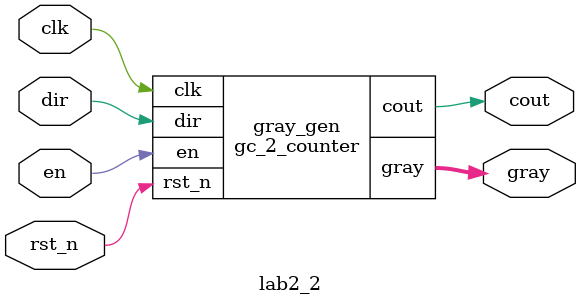
<source format=v>
`timescale 1ns / 100ps

module DFF (clk, init_out, next_out, out, rst_n);
	parameter n = 1;
	input clk,rst_n;
	input [n-1:0] next_out,init_out;
	output reg [n-1:0] out;
	always@(negedge clk or negedge rst_n) begin
		if(rst_n==0)begin
			out <= init_out;
		end
		else begin
			out <= next_out;
		end
	end
endmodule

module gc_1_counter (clk, rst_n, en, dir, gray, cout);
	input clk, rst_n, dir, en;
	output [3:0] gray;
	output cout;
	
	wire [3:0] next_bin, bin;
	
	DFF #(4) DFF1(clk, 4'b0, next_bin, bin, rst_n);
	
	assign next_bin = (en == 0) ? bin : (dir == 1) ? bin + 4'b1 : bin - 4'b1;
	assign cout = (en == 1'b1 && dir == 1'b1 && bin == 4'b1111) ? 1'b1:
			      (en == 1'b1 && dir == 1'b0 && bin == 4'b0) ? 1'b1 : 1'b0 ;
	assign gray = {bin[3], bin[2:0] ^ bin[3:1]};
endmodule

module gc_2_counter (clk, rst_n, en, dir, gray, cout);
	input clk, rst_n, dir, en;
	output [7:0] gray;
	output cout;
	
	wire cout_1, cout_2;
	gc_1_counter g1(clk, rst_n, en, dir, gray[3:0], cout_1);
	gc_1_counter g2(clk, rst_n, cout_1, dir, gray[7:4], cout_2);
	assign cout = cout_1&&cout_2;
endmodule

module lab2_2(clk, rst_n, en, dir, gray, cout);
	input clk, rst_n, en, dir;
	output [7:0] gray;
	output cout;
	
	gc_2_counter gray_gen(clk, rst_n, en, dir, gray, cout);
endmodule

</source>
